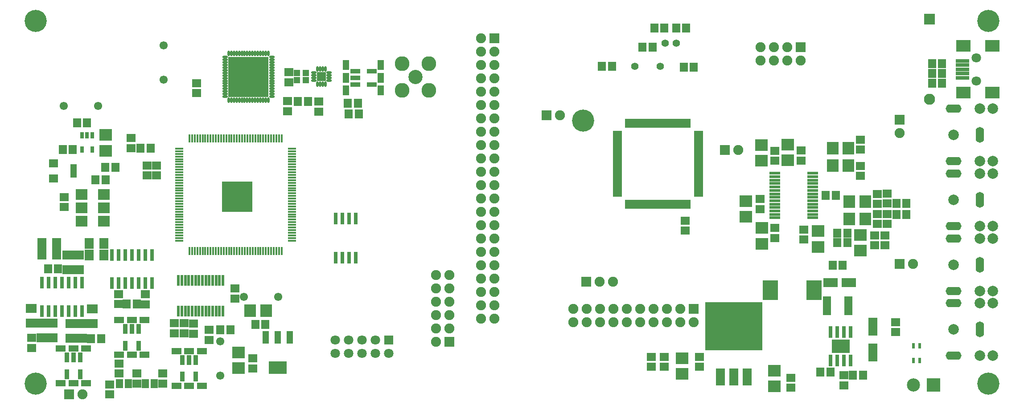
<source format=gts>
G04*
G04 #@! TF.GenerationSoftware,Altium Limited,Altium Designer,19.1.8 (144)*
G04*
G04 Layer_Color=8388736*
%FSLAX25Y25*%
%MOIN*%
G70*
G01*
G75*
%ADD16R,0.06000X0.01800*%
%ADD17R,0.01800X0.06000*%
%ADD18R,0.01800X0.06000*%
%ADD19R,0.22800X0.22800*%
%ADD20O,0.01784X0.04343*%
%ADD21O,0.04343X0.01784*%
%ADD22R,0.06509X0.06509*%
%ADD23R,0.29934X0.29934*%
%ADD24O,0.01981X0.04147*%
%ADD25O,0.04147X0.01981*%
%ADD26R,0.06706X0.05918*%
%ADD27R,0.07296X0.04737*%
%ADD28R,0.03792X0.07296*%
%ADD29R,0.05918X0.06706*%
%ADD30R,0.05131X0.04737*%
%ADD31R,0.07296X0.03792*%
%ADD32R,0.04737X0.07296*%
%ADD33R,0.42532X0.36233*%
%ADD34R,0.06509X0.12611*%
%ADD35R,0.08674X0.07887*%
%ADD36R,0.03162X0.08674*%
%ADD37R,0.07099X0.07887*%
%ADD38R,0.13595X0.09265*%
%ADD39R,0.04540X0.09265*%
%ADD40R,0.08674X0.09461*%
%ADD41R,0.11430X0.14973*%
%ADD42R,0.06312X0.14186*%
%ADD43R,0.07099X0.01981*%
%ADD44R,0.01981X0.07099*%
%ADD45R,0.02375X0.07887*%
%ADD46R,0.03162X0.05131*%
%ADD47R,0.10642X0.08674*%
%ADD48R,0.09855X0.02769*%
%ADD49R,0.07887X0.02375*%
%ADD50R,0.09461X0.08674*%
%ADD51R,0.10839X0.07099*%
%ADD52R,0.13792X0.10288*%
%ADD53R,0.05524X0.06509*%
%ADD54R,0.06706X0.05918*%
%ADD55R,0.05131X0.10249*%
%ADD56R,0.07887X0.07099*%
%ADD57R,0.07099X0.13202*%
%ADD58R,0.02375X0.04343*%
%ADD59C,0.16548*%
%ADD60C,0.07493*%
%ADD61R,0.07493X0.07493*%
%ADD62C,0.10642*%
%ADD63C,0.11036*%
%ADD64R,0.07493X0.07493*%
%ADD65C,0.06115*%
%ADD66C,0.08280*%
%ADD67R,0.08280X0.08280*%
%ADD68R,0.06706X0.06706*%
%ADD69C,0.07099*%
%ADD70C,0.09855*%
%ADD71R,0.09855X0.09855*%
%ADD72C,0.07887*%
%ADD73O,0.11824X0.06312*%
%ADD74O,0.06312X0.11824*%
%ADD75C,0.05600*%
%ADD76C,0.05524*%
D16*
X203543Y-180314D02*
D03*
Y-178346D02*
D03*
Y-176377D02*
D03*
Y-174409D02*
D03*
Y-172440D02*
D03*
Y-170472D02*
D03*
Y-168503D02*
D03*
Y-166535D02*
D03*
Y-164566D02*
D03*
Y-162598D02*
D03*
Y-160630D02*
D03*
Y-158661D02*
D03*
Y-156693D02*
D03*
Y-154724D02*
D03*
Y-152756D02*
D03*
Y-150787D02*
D03*
Y-148819D02*
D03*
Y-146850D02*
D03*
Y-144882D02*
D03*
Y-142913D02*
D03*
Y-140944D02*
D03*
Y-138976D02*
D03*
Y-137007D02*
D03*
Y-135039D02*
D03*
Y-133070D02*
D03*
Y-131102D02*
D03*
Y-129133D02*
D03*
Y-127165D02*
D03*
Y-125196D02*
D03*
Y-123228D02*
D03*
Y-121259D02*
D03*
Y-119291D02*
D03*
Y-117322D02*
D03*
Y-115354D02*
D03*
Y-113385D02*
D03*
Y-111417D02*
D03*
X119291D02*
D03*
Y-113385D02*
D03*
Y-115354D02*
D03*
Y-117322D02*
D03*
Y-119291D02*
D03*
Y-121259D02*
D03*
Y-123228D02*
D03*
Y-125196D02*
D03*
Y-127165D02*
D03*
Y-129133D02*
D03*
Y-131102D02*
D03*
Y-133070D02*
D03*
Y-135039D02*
D03*
Y-137007D02*
D03*
Y-138976D02*
D03*
Y-140944D02*
D03*
Y-142913D02*
D03*
Y-144882D02*
D03*
Y-146850D02*
D03*
Y-148819D02*
D03*
Y-150787D02*
D03*
Y-152756D02*
D03*
Y-154724D02*
D03*
Y-156693D02*
D03*
Y-158661D02*
D03*
Y-160630D02*
D03*
Y-162598D02*
D03*
Y-164566D02*
D03*
Y-166535D02*
D03*
Y-168503D02*
D03*
Y-170472D02*
D03*
Y-172440D02*
D03*
Y-174409D02*
D03*
Y-176377D02*
D03*
Y-178346D02*
D03*
Y-180314D02*
D03*
D17*
X195866Y-103740D02*
D03*
X191929D02*
D03*
X187992D02*
D03*
X184055D02*
D03*
X180118D02*
D03*
X174212D02*
D03*
X170275D02*
D03*
X166338D02*
D03*
X162401D02*
D03*
X158464D02*
D03*
X154527D02*
D03*
X150590D02*
D03*
X146653D02*
D03*
X142716D02*
D03*
X140748D02*
D03*
X136811D02*
D03*
X132874D02*
D03*
X128937D02*
D03*
X126968Y-187992D02*
D03*
X130905D02*
D03*
X134842D02*
D03*
X138779D02*
D03*
X144685D02*
D03*
X148622D02*
D03*
X152559D02*
D03*
X156496D02*
D03*
X160433D02*
D03*
X164370D02*
D03*
X168307D02*
D03*
X172244D02*
D03*
X176181D02*
D03*
X178149D02*
D03*
X182086D02*
D03*
X186023D02*
D03*
X189960D02*
D03*
X193897D02*
D03*
D18*
Y-103740D02*
D03*
X189960D02*
D03*
X186023D02*
D03*
X182086D02*
D03*
X178149D02*
D03*
X176181D02*
D03*
X172244D02*
D03*
X168307D02*
D03*
X164370D02*
D03*
X160433D02*
D03*
X156496D02*
D03*
X152559D02*
D03*
X148622D02*
D03*
X144685D02*
D03*
X138779D02*
D03*
X134842D02*
D03*
X130905D02*
D03*
X126968D02*
D03*
X128937Y-187992D02*
D03*
X132874D02*
D03*
X136811D02*
D03*
X140748D02*
D03*
X142716D02*
D03*
X146653D02*
D03*
X150590D02*
D03*
X154527D02*
D03*
X158464D02*
D03*
X162401D02*
D03*
X166338D02*
D03*
X170275D02*
D03*
X174212D02*
D03*
X180118D02*
D03*
X184055D02*
D03*
X187992D02*
D03*
X191929D02*
D03*
X195866D02*
D03*
D19*
X162598Y-147350D02*
D03*
D20*
X228543Y-51772D02*
D03*
X226575D02*
D03*
X224606D02*
D03*
X222638D02*
D03*
Y-63189D02*
D03*
X224606D02*
D03*
X226575D02*
D03*
X228543D02*
D03*
D21*
X219882Y-54528D02*
D03*
Y-56496D02*
D03*
Y-58465D02*
D03*
Y-60433D02*
D03*
X231299D02*
D03*
Y-58465D02*
D03*
Y-56496D02*
D03*
Y-54528D02*
D03*
D22*
X225590Y-57480D02*
D03*
D23*
X171063Y-57677D02*
D03*
D24*
X185827Y-75197D02*
D03*
X183858D02*
D03*
X181890D02*
D03*
X179921D02*
D03*
X177953D02*
D03*
X175984D02*
D03*
X174016D02*
D03*
X172047D02*
D03*
X170079D02*
D03*
X168110D02*
D03*
X166142D02*
D03*
X164173D02*
D03*
X162205D02*
D03*
X160236D02*
D03*
X158268D02*
D03*
X156299D02*
D03*
Y-40157D02*
D03*
X158268D02*
D03*
X160236D02*
D03*
X162205D02*
D03*
X164173D02*
D03*
X166142D02*
D03*
X168110D02*
D03*
X170079D02*
D03*
X172047D02*
D03*
X174016D02*
D03*
X175984D02*
D03*
X177953D02*
D03*
X179921D02*
D03*
X181890D02*
D03*
X183858D02*
D03*
X185827D02*
D03*
D25*
X153543Y-72441D02*
D03*
Y-70472D02*
D03*
Y-68504D02*
D03*
Y-66535D02*
D03*
Y-64567D02*
D03*
Y-62598D02*
D03*
Y-60630D02*
D03*
Y-58661D02*
D03*
Y-56693D02*
D03*
Y-54724D02*
D03*
Y-52756D02*
D03*
Y-50787D02*
D03*
Y-48819D02*
D03*
Y-46850D02*
D03*
Y-44882D02*
D03*
Y-42913D02*
D03*
X188583D02*
D03*
Y-44882D02*
D03*
Y-46850D02*
D03*
Y-48819D02*
D03*
Y-50787D02*
D03*
Y-52756D02*
D03*
Y-54724D02*
D03*
Y-56693D02*
D03*
Y-58661D02*
D03*
Y-60630D02*
D03*
Y-62598D02*
D03*
Y-64567D02*
D03*
Y-66535D02*
D03*
Y-68504D02*
D03*
Y-70472D02*
D03*
Y-72441D02*
D03*
D26*
X201181Y-61613D02*
D03*
Y-54133D02*
D03*
X200394Y-75789D02*
D03*
Y-83269D02*
D03*
X223622Y-76182D02*
D03*
Y-83663D02*
D03*
X132283Y-69882D02*
D03*
Y-62402D02*
D03*
X628740Y-112205D02*
D03*
Y-104724D02*
D03*
X564567Y-112992D02*
D03*
Y-120472D02*
D03*
X641142Y-160433D02*
D03*
Y-167913D02*
D03*
X648622Y-160433D02*
D03*
Y-167913D02*
D03*
X564567Y-170866D02*
D03*
Y-178347D02*
D03*
X655118Y-241339D02*
D03*
Y-248819D02*
D03*
X472448Y-267311D02*
D03*
Y-274791D02*
D03*
X83465Y-103543D02*
D03*
Y-111024D02*
D03*
X174409Y-275984D02*
D03*
Y-268504D02*
D03*
X115748Y-249606D02*
D03*
Y-242126D02*
D03*
X141732Y-254724D02*
D03*
Y-247244D02*
D03*
X87795Y-279921D02*
D03*
Y-287402D02*
D03*
X648622Y-152559D02*
D03*
Y-145079D02*
D03*
X497638Y-165354D02*
D03*
Y-172835D02*
D03*
X584449Y-112795D02*
D03*
Y-120276D02*
D03*
X628740Y-124409D02*
D03*
Y-131890D02*
D03*
X646850Y-183858D02*
D03*
Y-176378D02*
D03*
X639370Y-183858D02*
D03*
Y-176378D02*
D03*
X641339Y-152756D02*
D03*
Y-145276D02*
D03*
X616185Y-281233D02*
D03*
Y-288713D02*
D03*
X586221Y-172047D02*
D03*
Y-179528D02*
D03*
X576772Y-290551D02*
D03*
Y-283071D02*
D03*
X553543Y-149213D02*
D03*
Y-156693D02*
D03*
X481890Y-267323D02*
D03*
Y-274803D02*
D03*
X161024Y-223622D02*
D03*
Y-216142D02*
D03*
X122835Y-242126D02*
D03*
Y-249606D02*
D03*
X130000Y-250029D02*
D03*
Y-242548D02*
D03*
X94095Y-227953D02*
D03*
Y-220472D02*
D03*
X95276Y-131496D02*
D03*
Y-124016D02*
D03*
X102362D02*
D03*
Y-131496D02*
D03*
X107087Y-279921D02*
D03*
Y-287402D02*
D03*
X73819Y-220276D02*
D03*
Y-227756D02*
D03*
X67323Y-295474D02*
D03*
Y-287993D02*
D03*
X74410Y-272441D02*
D03*
Y-279921D02*
D03*
X9055Y-260630D02*
D03*
Y-253150D02*
D03*
X508268Y-267323D02*
D03*
Y-274803D02*
D03*
X33465Y-155118D02*
D03*
Y-147638D02*
D03*
D27*
X93307Y-239764D02*
D03*
X83858D02*
D03*
X74410D02*
D03*
Y-265748D02*
D03*
X83858D02*
D03*
X93307D02*
D03*
X136221Y-288976D02*
D03*
X126772D02*
D03*
X117323D02*
D03*
Y-262992D02*
D03*
X126772D02*
D03*
X136221D02*
D03*
X49606Y-287008D02*
D03*
X40157D02*
D03*
X30709D02*
D03*
Y-261024D02*
D03*
X40157D02*
D03*
X49606D02*
D03*
D28*
X83858Y-246496D02*
D03*
X88858D02*
D03*
Y-259016D02*
D03*
X78858D02*
D03*
Y-246496D02*
D03*
X121772Y-269724D02*
D03*
Y-282244D02*
D03*
X131772D02*
D03*
Y-269724D02*
D03*
X126772D02*
D03*
X35157Y-267756D02*
D03*
Y-280276D02*
D03*
X45158D02*
D03*
Y-267756D02*
D03*
X40157D02*
D03*
D29*
X215551Y-75984D02*
D03*
X208071D02*
D03*
X252952Y-77559D02*
D03*
X245471D02*
D03*
X246081Y-85539D02*
D03*
X253561D02*
D03*
X655512Y-160630D02*
D03*
X662992D02*
D03*
X64173Y-134646D02*
D03*
X56693D02*
D03*
X183661Y-243110D02*
D03*
X176181D02*
D03*
X682283Y-55118D02*
D03*
X689764D02*
D03*
X682283Y-47638D02*
D03*
X689764D02*
D03*
X655512Y-152362D02*
D03*
X662992D02*
D03*
X611417Y-181890D02*
D03*
X618898D02*
D03*
X630549Y-281204D02*
D03*
X623069D02*
D03*
X606177Y-278723D02*
D03*
X598697D02*
D03*
X442913Y-49606D02*
D03*
X435433D02*
D03*
X496654Y-50591D02*
D03*
X504134D02*
D03*
X474606Y-21063D02*
D03*
X482087D02*
D03*
X498425Y-21260D02*
D03*
X490945D02*
D03*
X80118Y-227756D02*
D03*
X87598D02*
D03*
X53347Y-253740D02*
D03*
X60827D02*
D03*
X689764Y-62598D02*
D03*
X682283D02*
D03*
X611417Y-174803D02*
D03*
X618898D02*
D03*
X465748Y-35433D02*
D03*
X473228D02*
D03*
X50428Y-92236D02*
D03*
X42948D02*
D03*
X28740Y-201575D02*
D03*
X21260D02*
D03*
X90354Y-111221D02*
D03*
X97835D02*
D03*
X607874Y-198819D02*
D03*
X615354D02*
D03*
X150000Y-247244D02*
D03*
X157480D02*
D03*
X602669Y-146473D02*
D03*
X610150D02*
D03*
X64057Y-125357D02*
D03*
X71538D02*
D03*
X39795Y-112224D02*
D03*
X32315D02*
D03*
D30*
X207185Y-54823D02*
D03*
X213878D02*
D03*
X207283Y-60236D02*
D03*
X213976D02*
D03*
D31*
X250827Y-63268D02*
D03*
X263347D02*
D03*
Y-53268D02*
D03*
X250827D02*
D03*
Y-58268D02*
D03*
D32*
X270079Y-48819D02*
D03*
Y-58268D02*
D03*
Y-67716D02*
D03*
X244094D02*
D03*
Y-58268D02*
D03*
Y-48819D02*
D03*
D33*
X534016Y-244488D02*
D03*
D34*
X544016Y-282283D02*
D03*
X534016D02*
D03*
X524016D02*
D03*
D35*
X62992Y-155669D02*
D03*
X46457D02*
D03*
X62992Y-145669D02*
D03*
Y-165669D02*
D03*
X46457D02*
D03*
Y-145669D02*
D03*
D36*
X68898Y-190945D02*
D03*
X73898D02*
D03*
X78898D02*
D03*
X83898D02*
D03*
X88898D02*
D03*
X93898D02*
D03*
X98898D02*
D03*
Y-212205D02*
D03*
X93898D02*
D03*
X88898D02*
D03*
X83898D02*
D03*
X78898D02*
D03*
X73898D02*
D03*
X68898D02*
D03*
X46496Y-233110D02*
D03*
X41496D02*
D03*
X36496D02*
D03*
X31496D02*
D03*
X26496D02*
D03*
X21496D02*
D03*
X16496D02*
D03*
Y-211850D02*
D03*
X21496D02*
D03*
X26496D02*
D03*
X31496D02*
D03*
X36496D02*
D03*
X41496D02*
D03*
X46496D02*
D03*
X606185Y-248717D02*
D03*
X611185D02*
D03*
X616185D02*
D03*
X621185D02*
D03*
Y-269977D02*
D03*
X616185D02*
D03*
X611185D02*
D03*
X606185D02*
D03*
X251144Y-193061D02*
D03*
X246144D02*
D03*
X241144D02*
D03*
X236144D02*
D03*
Y-163927D02*
D03*
X241144D02*
D03*
X246144D02*
D03*
X251144D02*
D03*
D37*
X62992Y-190945D02*
D03*
X51968D02*
D03*
X62992Y-182283D02*
D03*
X51968D02*
D03*
X27559Y-190551D02*
D03*
X16535D02*
D03*
X27559Y-182283D02*
D03*
X16535D02*
D03*
D38*
X192913Y-275590D02*
D03*
D39*
X183858Y-252756D02*
D03*
X192913D02*
D03*
X201969D02*
D03*
D40*
X172441Y-232677D02*
D03*
X184252D02*
D03*
X632283Y-164173D02*
D03*
X620472D02*
D03*
X619685Y-124016D02*
D03*
X607874D02*
D03*
X619685Y-111024D02*
D03*
X607874D02*
D03*
X632283Y-151181D02*
D03*
X620472D02*
D03*
D41*
X594095Y-217323D02*
D03*
X561417D02*
D03*
D42*
X603543Y-229134D02*
D03*
X619685D02*
D03*
D43*
X507480Y-99213D02*
D03*
Y-101181D02*
D03*
Y-103150D02*
D03*
Y-105118D02*
D03*
Y-107087D02*
D03*
Y-109055D02*
D03*
Y-111024D02*
D03*
Y-112992D02*
D03*
Y-114961D02*
D03*
Y-116929D02*
D03*
Y-118898D02*
D03*
Y-120866D02*
D03*
Y-122835D02*
D03*
Y-124803D02*
D03*
Y-126772D02*
D03*
Y-128740D02*
D03*
Y-130709D02*
D03*
Y-132677D02*
D03*
Y-134646D02*
D03*
Y-136614D02*
D03*
Y-138583D02*
D03*
Y-140551D02*
D03*
Y-142520D02*
D03*
Y-144488D02*
D03*
Y-146457D02*
D03*
X446850D02*
D03*
Y-144488D02*
D03*
Y-142520D02*
D03*
Y-140551D02*
D03*
Y-138583D02*
D03*
Y-136614D02*
D03*
Y-134646D02*
D03*
Y-132677D02*
D03*
Y-130709D02*
D03*
Y-128740D02*
D03*
Y-126772D02*
D03*
Y-124803D02*
D03*
Y-122835D02*
D03*
Y-120866D02*
D03*
Y-118898D02*
D03*
Y-116929D02*
D03*
Y-114961D02*
D03*
Y-112992D02*
D03*
Y-111024D02*
D03*
Y-109055D02*
D03*
Y-107087D02*
D03*
Y-105118D02*
D03*
Y-103150D02*
D03*
Y-101181D02*
D03*
Y-99213D02*
D03*
D44*
X500787Y-153150D02*
D03*
X498819D02*
D03*
X496850D02*
D03*
X494882D02*
D03*
X492913D02*
D03*
X490945D02*
D03*
X488976D02*
D03*
X487008D02*
D03*
X485039D02*
D03*
X483071D02*
D03*
X481102D02*
D03*
X479134D02*
D03*
X477165D02*
D03*
X475197D02*
D03*
X473228D02*
D03*
X471260D02*
D03*
X469291D02*
D03*
X467323D02*
D03*
X465354D02*
D03*
X463386D02*
D03*
X461417D02*
D03*
X459449D02*
D03*
X457480D02*
D03*
X455512D02*
D03*
X453543D02*
D03*
Y-92520D02*
D03*
X455512D02*
D03*
X457480D02*
D03*
X459449D02*
D03*
X461417D02*
D03*
X463386D02*
D03*
X465354D02*
D03*
X467323D02*
D03*
X469291D02*
D03*
X471260D02*
D03*
X473228D02*
D03*
X475197D02*
D03*
X477165D02*
D03*
X479134D02*
D03*
X481102D02*
D03*
X483071D02*
D03*
X485039D02*
D03*
X487008D02*
D03*
X488976D02*
D03*
X490945D02*
D03*
X492913D02*
D03*
X494882D02*
D03*
X496850D02*
D03*
X498819D02*
D03*
X500787D02*
D03*
D45*
X151969Y-233071D02*
D03*
X149409D02*
D03*
X146850D02*
D03*
X144291D02*
D03*
X141732D02*
D03*
X139173D02*
D03*
X136614D02*
D03*
X134055D02*
D03*
X131496D02*
D03*
X128937D02*
D03*
X126378D02*
D03*
X123819D02*
D03*
X121260D02*
D03*
X118701Y-233072D02*
D03*
Y-210236D02*
D03*
X121260D02*
D03*
X123819D02*
D03*
X126378D02*
D03*
X128937D02*
D03*
X131496D02*
D03*
X134055D02*
D03*
X136614D02*
D03*
X139173D02*
D03*
X141732D02*
D03*
X144291D02*
D03*
X146850D02*
D03*
X149409D02*
D03*
X151969D02*
D03*
D46*
X54187Y-112230D02*
D03*
X46707D02*
D03*
Y-101600D02*
D03*
X50447D02*
D03*
X54187D02*
D03*
D47*
X727165Y-34449D02*
D03*
Y-69488D02*
D03*
X705512Y-34449D02*
D03*
Y-69488D02*
D03*
D48*
X705118Y-45669D02*
D03*
Y-48819D02*
D03*
Y-51968D02*
D03*
Y-55118D02*
D03*
Y-58268D02*
D03*
D49*
X592913Y-129921D02*
D03*
Y-132480D02*
D03*
Y-135039D02*
D03*
Y-137598D02*
D03*
Y-140157D02*
D03*
Y-142717D02*
D03*
Y-145276D02*
D03*
Y-147835D02*
D03*
Y-150394D02*
D03*
Y-152953D02*
D03*
Y-155512D02*
D03*
Y-158071D02*
D03*
Y-160630D02*
D03*
X592914Y-163189D02*
D03*
X564567D02*
D03*
Y-160630D02*
D03*
Y-158071D02*
D03*
Y-155512D02*
D03*
Y-152953D02*
D03*
Y-150394D02*
D03*
Y-147835D02*
D03*
Y-145276D02*
D03*
Y-142717D02*
D03*
Y-140157D02*
D03*
Y-137598D02*
D03*
Y-135039D02*
D03*
Y-132480D02*
D03*
Y-129921D02*
D03*
D50*
X596850Y-185039D02*
D03*
Y-173228D02*
D03*
X564173Y-277756D02*
D03*
Y-289567D02*
D03*
X574409Y-108268D02*
D03*
Y-120079D02*
D03*
X554724Y-108661D02*
D03*
Y-120473D02*
D03*
X64173Y-101252D02*
D03*
Y-113063D02*
D03*
X628740Y-187795D02*
D03*
Y-175984D02*
D03*
X543000Y-162480D02*
D03*
Y-150669D02*
D03*
X555118Y-182677D02*
D03*
Y-170866D02*
D03*
X495276Y-280118D02*
D03*
Y-268307D02*
D03*
X163779Y-263976D02*
D03*
Y-275787D02*
D03*
D51*
X620079Y-211811D02*
D03*
X606299D02*
D03*
D52*
X614078Y-259347D02*
D03*
D53*
X74606Y-287598D02*
D03*
X81299D02*
D03*
X94095Y-287402D02*
D03*
X100787D02*
D03*
D54*
X25197Y-133858D02*
D03*
Y-122441D02*
D03*
D55*
X40157Y-128150D02*
D03*
D56*
X44094Y-190945D02*
D03*
Y-201969D02*
D03*
X24409Y-242126D02*
D03*
Y-253150D02*
D03*
X46457Y-242520D02*
D03*
Y-253543D02*
D03*
X54331Y-231496D02*
D03*
Y-242520D02*
D03*
X35827Y-190945D02*
D03*
Y-201969D02*
D03*
X38189Y-242520D02*
D03*
Y-253543D02*
D03*
X16535Y-242126D02*
D03*
Y-253150D02*
D03*
X8661Y-231102D02*
D03*
Y-242126D02*
D03*
D57*
X638058Y-263984D02*
D03*
Y-244692D02*
D03*
D58*
X668307Y-270079D02*
D03*
Y-259055D02*
D03*
X672835Y-270079D02*
D03*
Y-259055D02*
D03*
D59*
X162598Y-147350D02*
D03*
X161417Y-145669D02*
D03*
X724409Y-15748D02*
D03*
Y-287402D02*
D03*
X11811Y-15748D02*
D03*
Y-287402D02*
D03*
X421260Y-90551D02*
D03*
D60*
X657874Y-99764D02*
D03*
X537284Y-112343D02*
D03*
X311142Y-206102D02*
D03*
X321142D02*
D03*
X311142Y-216102D02*
D03*
X321142D02*
D03*
X311142Y-226102D02*
D03*
X321142D02*
D03*
X311142Y-236102D02*
D03*
X321142D02*
D03*
X311142Y-246102D02*
D03*
X321142D02*
D03*
X311142Y-256102D02*
D03*
X413937Y-241339D02*
D03*
Y-231339D02*
D03*
X423937Y-241339D02*
D03*
Y-231339D02*
D03*
X433937Y-241339D02*
D03*
Y-231339D02*
D03*
X443937Y-241339D02*
D03*
Y-231339D02*
D03*
X453937Y-241339D02*
D03*
Y-231339D02*
D03*
X463937Y-241339D02*
D03*
Y-231339D02*
D03*
X473937Y-241339D02*
D03*
Y-231339D02*
D03*
X483937Y-241339D02*
D03*
Y-231339D02*
D03*
X493937Y-241339D02*
D03*
Y-231339D02*
D03*
X503937Y-241339D02*
D03*
X668060Y-197808D02*
D03*
X443622Y-211024D02*
D03*
X433622D02*
D03*
X345118Y-238740D02*
D03*
X355118D02*
D03*
X345118Y-228740D02*
D03*
X355118D02*
D03*
X345118Y-218740D02*
D03*
X355118D02*
D03*
X345118Y-208740D02*
D03*
X355118D02*
D03*
X345118Y-198740D02*
D03*
X355118D02*
D03*
X345118Y-188740D02*
D03*
X355118D02*
D03*
X345118Y-178740D02*
D03*
X355118D02*
D03*
X345118Y-168740D02*
D03*
X355118D02*
D03*
X345118Y-158740D02*
D03*
X355118D02*
D03*
X345118Y-148740D02*
D03*
X355118D02*
D03*
X345118Y-138740D02*
D03*
X355118D02*
D03*
X345118Y-128740D02*
D03*
X355118D02*
D03*
X345118Y-118740D02*
D03*
X355118D02*
D03*
X345118Y-108740D02*
D03*
X355118D02*
D03*
X345118Y-98740D02*
D03*
X355118D02*
D03*
X345118Y-88740D02*
D03*
X355118D02*
D03*
X345118Y-78740D02*
D03*
X355118D02*
D03*
X345118Y-68740D02*
D03*
X355118D02*
D03*
X345118Y-58740D02*
D03*
X355118D02*
D03*
X345118Y-48740D02*
D03*
X355118D02*
D03*
X345118Y-38740D02*
D03*
X355118D02*
D03*
X345118Y-28740D02*
D03*
X554016Y-45512D02*
D03*
Y-35512D02*
D03*
X564016Y-45512D02*
D03*
Y-35512D02*
D03*
X574016Y-45512D02*
D03*
Y-35512D02*
D03*
X584016Y-45512D02*
D03*
X404104Y-86386D02*
D03*
X47126Y-295394D02*
D03*
D61*
X657874Y-89764D02*
D03*
X321142Y-256102D02*
D03*
X355118Y-28740D02*
D03*
D62*
X296063Y-57874D02*
D03*
D63*
X306063Y-47874D02*
D03*
Y-67874D02*
D03*
X286063D02*
D03*
Y-47874D02*
D03*
D64*
X527283Y-112343D02*
D03*
X503937Y-231339D02*
D03*
X658060Y-197808D02*
D03*
X423622Y-211024D02*
D03*
X584016Y-35512D02*
D03*
X394104Y-86386D02*
D03*
X37126Y-295394D02*
D03*
D65*
X107480Y-34055D02*
D03*
Y-59646D02*
D03*
X193307Y-222441D02*
D03*
X167717D02*
D03*
X150000Y-255906D02*
D03*
Y-281496D02*
D03*
X58608Y-79431D02*
D03*
X33018D02*
D03*
D66*
X680315Y-74410D02*
D03*
D67*
Y-14567D02*
D03*
D68*
X275901Y-254900D02*
D03*
D69*
X255901D02*
D03*
X265901D02*
D03*
X235901Y-264900D02*
D03*
X245901D02*
D03*
X255901D02*
D03*
X265901D02*
D03*
X275901D02*
D03*
X245901Y-254900D02*
D03*
X235901D02*
D03*
X715354Y-43305D02*
D03*
Y-60628D02*
D03*
D70*
X668287Y-288583D02*
D03*
D71*
X683287D02*
D03*
D72*
X717913Y-81496D02*
D03*
X727756D02*
D03*
X698228Y-101181D02*
D03*
X717913Y-120866D02*
D03*
X727756D02*
D03*
X717913Y-227165D02*
D03*
X727756D02*
D03*
X698228Y-246850D02*
D03*
X717913Y-266535D02*
D03*
X727756D02*
D03*
X717913Y-130118D02*
D03*
X727756D02*
D03*
X698228Y-149803D02*
D03*
X717913Y-169488D02*
D03*
X727756D02*
D03*
X717913Y-178740D02*
D03*
X727756D02*
D03*
X698228Y-198425D02*
D03*
X717913Y-218110D02*
D03*
X727756D02*
D03*
D73*
X698228Y-81496D02*
D03*
Y-120866D02*
D03*
Y-227165D02*
D03*
Y-266535D02*
D03*
Y-130118D02*
D03*
Y-169488D02*
D03*
Y-178740D02*
D03*
Y-218110D02*
D03*
D74*
X717913Y-101181D02*
D03*
Y-246850D02*
D03*
Y-149803D02*
D03*
Y-198425D02*
D03*
D75*
X460134Y-49606D02*
D03*
X479134D02*
D03*
D76*
X490945Y-32283D02*
D03*
X482677D02*
D03*
M02*

</source>
